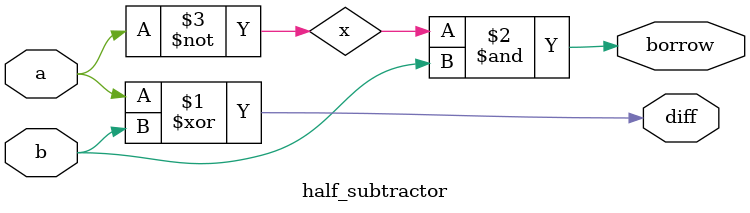
<source format=v>
module half_subtractor(
input a,b,
output diff,borrow);
wire x;
xor x1(diff,a,b);
not n1(x,a);
and a1(borrow,x,b);
endmodule

</source>
